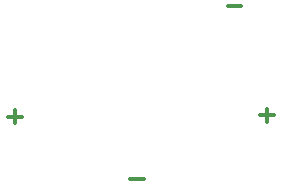
<source format=gbr>
G04 #@! TF.GenerationSoftware,KiCad,Pcbnew,(5.0.2)-1*
G04 #@! TF.CreationDate,2019-07-28T22:47:38+08:00*
G04 #@! TF.ProjectId,I2CS,49324353-2e6b-4696-9361-645f70636258,rev?*
G04 #@! TF.SameCoordinates,Original*
G04 #@! TF.FileFunction,Legend,Bot*
G04 #@! TF.FilePolarity,Positive*
%FSLAX46Y46*%
G04 Gerber Fmt 4.6, Leading zero omitted, Abs format (unit mm)*
G04 Created by KiCad (PCBNEW (5.0.2)-1) date 2019-07-28 22:47:38*
%MOMM*%
%LPD*%
G01*
G04 APERTURE LIST*
%ADD10C,0.300000*%
G04 APERTURE END LIST*
D10*
X141777791Y-100319377D02*
X142920648Y-100319377D01*
X145110662Y-109019411D02*
X145110662Y-110162268D01*
X145682091Y-109590840D02*
X144539234Y-109590840D01*
X123802602Y-109141331D02*
X123802602Y-110284188D01*
X124374031Y-109712760D02*
X123231174Y-109712760D01*
X134688508Y-114968482D02*
X133545651Y-114968482D01*
M02*

</source>
